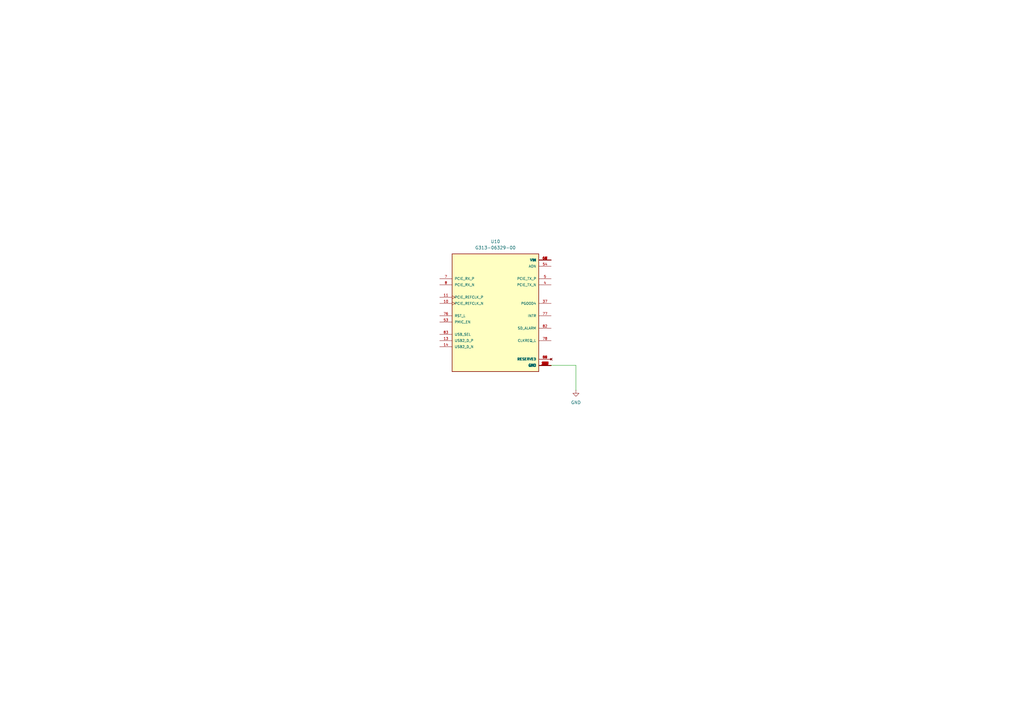
<source format=kicad_sch>
(kicad_sch (version 20231120) (generator "eeschema") (generator_version "8.0")
  (paper "A3")
  (lib_symbols
    (symbol "G313-06329-00:G313-06329-00" (pin_names (offset 1.016))
      (property "Reference" "U" (at -17.78 23.622 0))
      (property "Value" "G313-06329-00" (at -17.78 -27.94 0))
      (symbol "G313-06329-00_0_0"
        (rectangle (start -17.78 -25.4) (end 17.78 22.86) (stroke (width 0.254)) (fill (type background)))
        (pin power_in line (at 22.86 -22.86 180) (length 5.08) (name "GND") (number "1"))
        (pin input clock (at -22.86 2.54 0) (length 5.08) (name "PCIE_REFCLK_N") (number "10"))
        (pin power_in line (at 22.86 -22.86 180) (length 5.08) (name "GND") (number "100"))
        (pin power_in line (at 22.86 -22.86 180) (length 5.08) (name "GND") (number "101"))
        (pin power_in line (at 22.86 -22.86 180) (length 5.08) (name "GND") (number "102"))
        (pin power_in line (at 22.86 -22.86 180) (length 5.08) (name "GND") (number "103"))
        (pin power_in line (at 22.86 -22.86 180) (length 5.08) (name "GND") (number "104"))
        (pin power_in line (at 22.86 -22.86 180) (length 5.08) (name "GND") (number "105"))
        (pin power_in line (at 22.86 -22.86 180) (length 5.08) (name "GND") (number "106"))
        (pin power_in line (at 22.86 -22.86 180) (length 5.08) (name "GND") (number "107"))
        (pin power_in line (at 22.86 -22.86 180) (length 5.08) (name "GND") (number "108"))
        (pin power_in line (at 22.86 -22.86 180) (length 5.08) (name "GND") (number "109"))
        (pin input clock (at -22.86 5.08 0) (length 5.08) (name "PCIE_REFCLK_P") (number "11"))
        (pin power_in line (at 22.86 -22.86 180) (length 5.08) (name "GND") (number "110"))
        (pin power_in line (at 22.86 -22.86 180) (length 5.08) (name "GND") (number "111"))
        (pin power_in line (at 22.86 -22.86 180) (length 5.08) (name "GND") (number "112"))
        (pin power_in line (at 22.86 -22.86 180) (length 5.08) (name "GND") (number "113"))
        (pin power_in line (at 22.86 -22.86 180) (length 5.08) (name "GND") (number "114"))
        (pin power_in line (at 22.86 -22.86 180) (length 5.08) (name "GND") (number "115"))
        (pin power_in line (at 22.86 -22.86 180) (length 5.08) (name "GND") (number "116"))
        (pin power_in line (at 22.86 -22.86 180) (length 5.08) (name "GND") (number "117"))
        (pin power_in line (at 22.86 -22.86 180) (length 5.08) (name "GND") (number "118"))
        (pin power_in line (at 22.86 -22.86 180) (length 5.08) (name "GND") (number "119"))
        (pin power_in line (at 22.86 -22.86 180) (length 5.08) (name "GND") (number "12"))
        (pin power_in line (at 22.86 -22.86 180) (length 5.08) (name "GND") (number "120"))
        (pin bidirectional line (at -22.86 -12.7 0) (length 5.08) (name "USB2_D_P") (number "13"))
        (pin bidirectional line (at -22.86 -15.24 0) (length 5.08) (name "USB2_D_N") (number "14"))
        (pin power_in line (at 22.86 -22.86 180) (length 5.08) (name "GND") (number "15"))
        (pin power_in line (at 22.86 -22.86 180) (length 5.08) (name "GND") (number "16"))
        (pin power_in line (at 22.86 -22.86 180) (length 5.08) (name "GND") (number "17"))
        (pin power_in line (at 22.86 -22.86 180) (length 5.08) (name "GND") (number "18"))
        (pin power_in line (at 22.86 -22.86 180) (length 5.08) (name "GND") (number "19"))
        (pin power_in line (at 22.86 -22.86 180) (length 5.08) (name "GND") (number "2"))
        (pin power_in line (at 22.86 -22.86 180) (length 5.08) (name "GND") (number "20"))
        (pin power_in line (at 22.86 -22.86 180) (length 5.08) (name "GND") (number "21"))
        (pin power_in line (at 22.86 -22.86 180) (length 5.08) (name "GND") (number "22"))
        (pin power_in line (at 22.86 -22.86 180) (length 5.08) (name "GND") (number "23"))
        (pin power_in line (at 22.86 -22.86 180) (length 5.08) (name "GND") (number "24"))
        (pin power_in line (at 22.86 -22.86 180) (length 5.08) (name "GND") (number "25"))
        (pin power_in line (at 22.86 -22.86 180) (length 5.08) (name "GND") (number "26"))
        (pin power_in line (at 22.86 -22.86 180) (length 5.08) (name "GND") (number "27"))
        (pin power_in line (at 22.86 -22.86 180) (length 5.08) (name "GND") (number "28"))
        (pin power_in line (at 22.86 -22.86 180) (length 5.08) (name "GND") (number "29"))
        (pin power_in line (at 22.86 -22.86 180) (length 5.08) (name "GND") (number "3"))
        (pin power_in line (at 22.86 -22.86 180) (length 5.08) (name "GND") (number "30"))
        (pin power_in line (at 22.86 -22.86 180) (length 5.08) (name "GND") (number "31"))
        (pin power_in line (at 22.86 -22.86 180) (length 5.08) (name "GND") (number "32"))
        (pin power_in line (at 22.86 -22.86 180) (length 5.08) (name "GND") (number "33"))
        (pin power_in line (at 22.86 -22.86 180) (length 5.08) (name "GND") (number "34"))
        (pin power_in line (at 22.86 -22.86 180) (length 5.08) (name "GND") (number "35"))
        (pin power_in line (at 22.86 -22.86 180) (length 5.08) (name "GND") (number "36"))
        (pin output line (at 22.86 2.54 180) (length 5.08) (name "PGOOD4") (number "37"))
        (pin power_in line (at 22.86 -22.86 180) (length 5.08) (name "GND") (number "38"))
        (pin power_in line (at 22.86 -22.86 180) (length 5.08) (name "GND") (number "39"))
        (pin output line (at 22.86 10.16 180) (length 5.08) (name "PCIE_TX_N") (number "4"))
        (pin power_in line (at 22.86 -22.86 180) (length 5.08) (name "GND") (number "40"))
        (pin power_in line (at 22.86 -22.86 180) (length 5.08) (name "GND") (number "41"))
        (pin power_in line (at 22.86 -22.86 180) (length 5.08) (name "GND") (number "42"))
        (pin power_in line (at 22.86 -22.86 180) (length 5.08) (name "GND") (number "43"))
        (pin power_in line (at 22.86 -22.86 180) (length 5.08) (name "GND") (number "44"))
        (pin power_in line (at 22.86 -22.86 180) (length 5.08) (name "GND") (number "45"))
        (pin power_in line (at 22.86 -22.86 180) (length 5.08) (name "GND") (number "46"))
        (pin power_in line (at 22.86 -22.86 180) (length 5.08) (name "GND") (number "47"))
        (pin power_in line (at 22.86 -22.86 180) (length 5.08) (name "GND") (number "48"))
        (pin no_connect line (at 22.86 -20.32 180) (length 5.08) (name "RESERVED") (number "49"))
        (pin output line (at 22.86 12.7 180) (length 5.08) (name "PCIE_TX_P") (number "5"))
        (pin no_connect line (at 22.86 -20.32 180) (length 5.08) (name "RESERVED") (number "50"))
        (pin power_in line (at 22.86 -22.86 180) (length 5.08) (name "GND") (number "51"))
        (pin no_connect line (at 22.86 -20.32 180) (length 5.08) (name "RESERVED") (number "52"))
        (pin input line (at -22.86 -5.08 0) (length 5.08) (name "PMIC_EN") (number "53"))
        (pin power_in line (at 22.86 17.78 180) (length 5.08) (name "AON") (number "54"))
        (pin power_in line (at 22.86 -22.86 180) (length 5.08) (name "GND") (number "55"))
        (pin power_in line (at 22.86 20.32 180) (length 5.08) (name "VIN") (number "56"))
        (pin power_in line (at 22.86 20.32 180) (length 5.08) (name "VIN") (number "57"))
        (pin power_in line (at 22.86 20.32 180) (length 5.08) (name "VIN") (number "58"))
        (pin power_in line (at 22.86 20.32 180) (length 5.08) (name "VIN") (number "59"))
        (pin power_in line (at 22.86 -22.86 180) (length 5.08) (name "GND") (number "6"))
        (pin power_in line (at 22.86 20.32 180) (length 5.08) (name "VIN") (number "60"))
        (pin power_in line (at 22.86 20.32 180) (length 5.08) (name "VIN") (number "61"))
        (pin power_in line (at 22.86 20.32 180) (length 5.08) (name "VIN") (number "62"))
        (pin power_in line (at 22.86 20.32 180) (length 5.08) (name "VIN") (number "63"))
        (pin power_in line (at 22.86 20.32 180) (length 5.08) (name "VIN") (number "64"))
        (pin power_in line (at 22.86 20.32 180) (length 5.08) (name "VIN") (number "65"))
        (pin power_in line (at 22.86 20.32 180) (length 5.08) (name "VIN") (number "66"))
        (pin power_in line (at 22.86 20.32 180) (length 5.08) (name "VIN") (number "67"))
        (pin power_in line (at 22.86 -22.86 180) (length 5.08) (name "GND") (number "68"))
        (pin power_in line (at 22.86 -22.86 180) (length 5.08) (name "GND") (number "69"))
        (pin input line (at -22.86 12.7 0) (length 5.08) (name "PCIE_RX_P") (number "7"))
        (pin power_in line (at 22.86 -22.86 180) (length 5.08) (name "GND") (number "70"))
        (pin power_in line (at 22.86 -22.86 180) (length 5.08) (name "GND") (number "71"))
        (pin power_in line (at 22.86 -22.86 180) (length 5.08) (name "GND") (number "72"))
        (pin power_in line (at 22.86 -22.86 180) (length 5.08) (name "GND") (number "73"))
        (pin power_in line (at 22.86 -22.86 180) (length 5.08) (name "GND") (number "74"))
        (pin power_in line (at 22.86 -22.86 180) (length 5.08) (name "GND") (number "75"))
        (pin input line (at -22.86 -2.54 0) (length 5.08) (name "RST_L") (number "76"))
        (pin output line (at 22.86 -2.54 180) (length 5.08) (name "INTR") (number "77"))
        (pin bidirectional line (at 22.86 -12.7 180) (length 5.08) (name "CLKREQ_L") (number "78"))
        (pin power_in line (at 22.86 -22.86 180) (length 5.08) (name "GND") (number "79"))
        (pin input line (at -22.86 10.16 0) (length 5.08) (name "PCIE_RX_N") (number "8"))
        (pin power_in line (at 22.86 -22.86 180) (length 5.08) (name "GND") (number "80"))
        (pin power_in line (at 22.86 -22.86 180) (length 5.08) (name "GND") (number "81"))
        (pin output line (at 22.86 -7.62 180) (length 5.08) (name "SD_ALARM") (number "82"))
        (pin input line (at -22.86 -10.16 0) (length 5.08) (name "USB_SEL") (number "83"))
        (pin no_connect line (at 22.86 -20.32 180) (length 5.08) (name "RESERVED") (number "84"))
        (pin no_connect line (at 22.86 -20.32 180) (length 5.08) (name "RESERVED") (number "85"))
        (pin power_in line (at 22.86 -22.86 180) (length 5.08) (name "GND") (number "86"))
        (pin power_in line (at 22.86 -22.86 180) (length 5.08) (name "GND") (number "87"))
        (pin power_in line (at 22.86 -22.86 180) (length 5.08) (name "GND") (number "88"))
        (pin power_in line (at 22.86 -22.86 180) (length 5.08) (name "GND") (number "89"))
        (pin power_in line (at 22.86 -22.86 180) (length 5.08) (name "GND") (number "9"))
        (pin power_in line (at 22.86 -22.86 180) (length 5.08) (name "GND") (number "90"))
        (pin power_in line (at 22.86 -22.86 180) (length 5.08) (name "GND") (number "91"))
        (pin power_in line (at 22.86 -22.86 180) (length 5.08) (name "GND") (number "92"))
        (pin power_in line (at 22.86 -22.86 180) (length 5.08) (name "GND") (number "93"))
        (pin power_in line (at 22.86 -22.86 180) (length 5.08) (name "GND") (number "94"))
        (pin power_in line (at 22.86 -22.86 180) (length 5.08) (name "GND") (number "95"))
        (pin power_in line (at 22.86 -22.86 180) (length 5.08) (name "GND") (number "96"))
        (pin power_in line (at 22.86 -22.86 180) (length 5.08) (name "GND") (number "97"))
        (pin power_in line (at 22.86 -22.86 180) (length 5.08) (name "GND") (number "98"))
        (pin power_in line (at 22.86 -22.86 180) (length 5.08) (name "GND") (number "99"))
      )
    )
    (symbol "power:GND" (power) (pin_numbers hide) (pin_names (offset 0) hide)
      (property "Value" "GND" (at 0 -3.81 0))
      (symbol "GND_0_1"
        (polyline (pts (xy 0 0) (xy 0 -1.27) (xy 1.27 -1.27) (xy 0 -2.54) (xy -1.27 -1.27) (xy 0 -1.27)))
      )
      (symbol "GND_1_1"
        (pin power_in line (at 0 0 270) (length 0) (name "~") (number "1"))
      )
    )
  )
  (wire (pts (xy 236.22 160.02) (xy 236.22 149.86)))
  (wire (pts (xy 226.06 149.86) (xy 236.22 149.86)))
  (symbol (lib_id "G313-06329-00:G313-06329-00") (at 203.2 127 0) (unit 1)
    (property "Reference" "U10" (at 203.2 99.06 0))
    (property "Value" "G313-06329-00" (at 203.2 101.6 0))
    (property "Footprint" "G313-06329-00:MODULE_G313-06329-00" (effects (hide yes)))
    (property "MF" "google" (effects (hide yes)))
    (property "MAXIMUM_PACKAGE_HEIGHT" "1.55 mm" (effects (hide yes)))
    (property "Package" "None" (effects (hide yes)))
    (property "Price" "None" (effects (hide yes)))
    (property "Check_prices" "https://www.snapeda.com/parts/G313-06329-00/E%2526E/view-part/?ref=eda" (effects (hide yes)))
    (property "STANDARD" "Manufacturer Recommendations" (effects (hide yes)))
    (property "PARTREV" "1.3" (effects (hide yes)))
    (property "SnapEDA_Link" "https://www.snapeda.com/parts/G313-06329-00/E%2526E/view-part/?ref=snap" (effects (hide yes)))
    (property "MP" "G313-06329-00" (effects (hide yes)))
    (property "Description_1" "\n                        \n                            Accelerator Cards The Coral Accelerator Module is a solderable multi-chip module including the Edge TPU that enables easy integration into existing systems.\n                        \n" (effects (hide yes)))
    (property "Availability" "Not in stock" (effects (hide yes)))
    (property "MANUFACTURER" "Coral" (effects (hide yes)))
  )
  (symbol (lib_id "power:GND") (at 236.22 160.02 0) (unit 1)
    (property "Reference" "#PWR043" (effects (hide yes)))
    (property "Value" "GND" (at 236.22 165.1 0))
    (property "Description" "Power symbol creates a global label with name \"GND\" , ground" (effects (hide yes)))
  )
)
</source>
